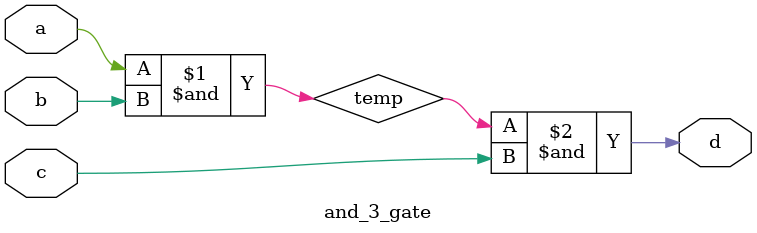
<source format=v>
module and_3_gate(input wire a,b,c,output wire d);
assign temp=a&b;
assign d=temp&c;
endmodule

</source>
